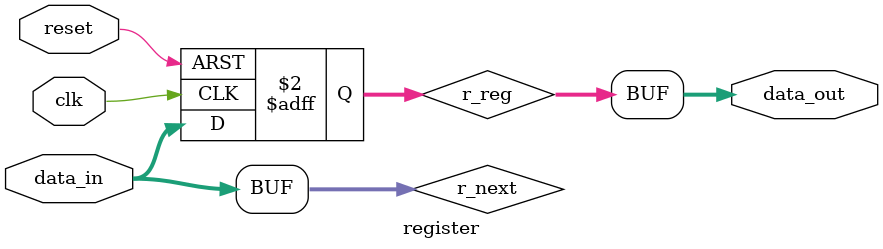
<source format=sv>
`timescale 1ns / 1ps

module register(
    input logic clk, reset,
    input logic [31:0] data_in,
    output logic [31:0] data_out);
    
    logic [31:0] r_reg, r_next;
    
    always_ff @(posedge clk, posedge reset)
        if (reset)
            r_reg <= 0;
        else
            r_reg <= r_next;
            
    assign data_in = r_next;
    assign data_out = r_reg;
    
endmodule

</source>
